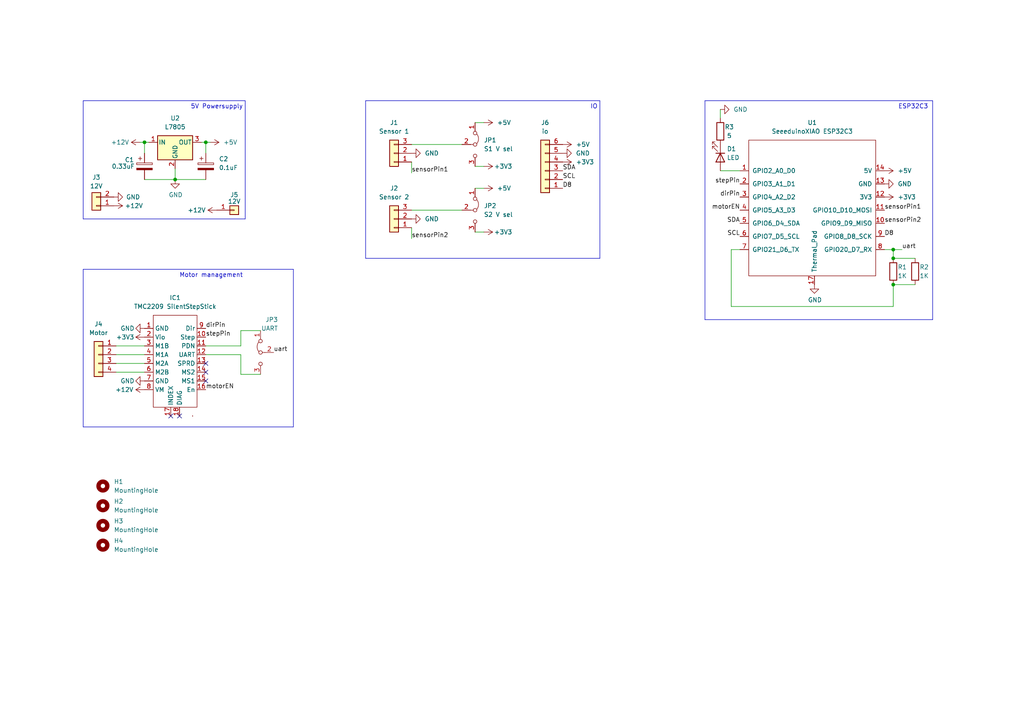
<source format=kicad_sch>
(kicad_sch (version 20230121) (generator eeschema)
  (paper "A4")
  (title_block (title "OSBaC") (date "2022-10-27"))
  (lib_symbols
    (symbol "Connector_Generic:Conn_01x01" (pin_names (offset 1.016) hide)
      (property "Reference" "J" (at 0 2.54 0))
      (property "Value" "Conn_01x01" (at 0 -2.54 0))
      (symbol "Conn_01x01_1_1"
        (rectangle (start -1.27 0.127) (end 0 -0.127) (stroke (width 0.1524)))
        (rectangle (start -1.27 1.27) (end 1.27 -1.27) (stroke (width 0.254)) (fill (type background)))
        (pin passive line (at -5.08 0 0) (length 3.81) (name "Pin_1") (number "1"))
      )
    )
    (symbol "Connector_Generic:Conn_01x02" (pin_names (offset 1.016) hide)
      (property "Reference" "J" (at 0 2.54 0))
      (property "Value" "Conn_01x02" (at 0 -5.08 0))
      (symbol "Conn_01x02_1_1"
        (rectangle (start -1.27 -2.413) (end 0 -2.667) (stroke (width 0.1524)))
        (rectangle (start -1.27 0.127) (end 0 -0.127) (stroke (width 0.1524)))
        (rectangle (start -1.27 1.27) (end 1.27 -3.81) (stroke (width 0.254)) (fill (type background)))
        (pin passive line (at -5.08 0 0) (length 3.81) (name "Pin_1") (number "1"))
        (pin passive line (at -5.08 -2.54 0) (length 3.81) (name "Pin_2") (number "2"))
      )
    )
    (symbol "Connector_Generic:Conn_01x03" (pin_names (offset 1.016) hide)
      (property "Reference" "J" (at 0 5.08 0))
      (property "Value" "Conn_01x03" (at 0 -5.08 0))
      (symbol "Conn_01x03_1_1"
        (rectangle (start -1.27 -2.413) (end 0 -2.667) (stroke (width 0.1524)))
        (rectangle (start -1.27 0.127) (end 0 -0.127) (stroke (width 0.1524)))
        (rectangle (start -1.27 2.667) (end 0 2.413) (stroke (width 0.1524)))
        (rectangle (start -1.27 3.81) (end 1.27 -3.81) (stroke (width 0.254)) (fill (type background)))
        (pin passive line (at -5.08 2.54 0) (length 3.81) (name "Pin_1") (number "1"))
        (pin passive line (at -5.08 0 0) (length 3.81) (name "Pin_2") (number "2"))
        (pin passive line (at -5.08 -2.54 0) (length 3.81) (name "Pin_3") (number "3"))
      )
    )
    (symbol "Connector_Generic:Conn_01x04" (pin_names (offset 1.016) hide)
      (property "Reference" "J" (at 0 5.08 0))
      (property "Value" "Conn_01x04" (at 0 -7.62 0))
      (symbol "Conn_01x04_1_1"
        (rectangle (start -1.27 -4.953) (end 0 -5.207) (stroke (width 0.1524)))
        (rectangle (start -1.27 -2.413) (end 0 -2.667) (stroke (width 0.1524)))
        (rectangle (start -1.27 0.127) (end 0 -0.127) (stroke (width 0.1524)))
        (rectangle (start -1.27 2.667) (end 0 2.413) (stroke (width 0.1524)))
        (rectangle (start -1.27 3.81) (end 1.27 -6.35) (stroke (width 0.254)) (fill (type background)))
        (pin passive line (at -5.08 2.54 0) (length 3.81) (name "Pin_1") (number "1"))
        (pin passive line (at -5.08 0 0) (length 3.81) (name "Pin_2") (number "2"))
        (pin passive line (at -5.08 -2.54 0) (length 3.81) (name "Pin_3") (number "3"))
        (pin passive line (at -5.08 -5.08 0) (length 3.81) (name "Pin_4") (number "4"))
      )
    )
    (symbol "Connector_Generic:Conn_01x06" (pin_names (offset 1.016) hide)
      (property "Reference" "J" (at 0 7.62 0))
      (property "Value" "Conn_01x06" (at 0 -10.16 0))
      (symbol "Conn_01x06_1_1"
        (rectangle (start -1.27 -7.493) (end 0 -7.747) (stroke (width 0.1524)))
        (rectangle (start -1.27 -4.953) (end 0 -5.207) (stroke (width 0.1524)))
        (rectangle (start -1.27 -2.413) (end 0 -2.667) (stroke (width 0.1524)))
        (rectangle (start -1.27 0.127) (end 0 -0.127) (stroke (width 0.1524)))
        (rectangle (start -1.27 2.667) (end 0 2.413) (stroke (width 0.1524)))
        (rectangle (start -1.27 5.207) (end 0 4.953) (stroke (width 0.1524)))
        (rectangle (start -1.27 6.35) (end 1.27 -8.89) (stroke (width 0.254)) (fill (type background)))
        (pin passive line (at -5.08 5.08 0) (length 3.81) (name "Pin_1") (number "1"))
        (pin passive line (at -5.08 2.54 0) (length 3.81) (name "Pin_2") (number "2"))
        (pin passive line (at -5.08 0 0) (length 3.81) (name "Pin_3") (number "3"))
        (pin passive line (at -5.08 -2.54 0) (length 3.81) (name "Pin_4") (number "4"))
        (pin passive line (at -5.08 -5.08 0) (length 3.81) (name "Pin_5") (number "5"))
        (pin passive line (at -5.08 -7.62 0) (length 3.81) (name "Pin_6") (number "6"))
      )
    )
    (symbol "Device:C_Polarized" (pin_numbers hide) (pin_names (offset 0.254))
      (property "Reference" "C" (at 0.635 2.54 0))
      (property "Value" "C_Polarized" (at 0.635 -2.54 0))
      (symbol "C_Polarized_0_1"
        (rectangle (start -2.286 0.508) (end 2.286 1.016))
        (polyline (pts (xy -1.778 2.286) (xy -0.762 2.286)))
        (polyline (pts (xy -1.27 2.794) (xy -1.27 1.778)))
        (rectangle (start 2.286 -0.508) (end -2.286 -1.016) (fill (type outline)))
      )
      (symbol "C_Polarized_1_1"
        (pin passive line (at 0 3.81 270) (length 2.794) (name "~") (number "1"))
        (pin passive line (at 0 -3.81 90) (length 2.794) (name "~") (number "2"))
      )
    )
    (symbol "Device:LED" (pin_numbers hide) (pin_names (offset 1.016) hide)
      (property "Reference" "D" (at 0 2.54 0))
      (property "Value" "LED" (at 0 -2.54 0))
      (symbol "LED_0_1"
        (polyline (pts (xy -1.27 -1.27) (xy -1.27 1.27)) (stroke (width 0.254)))
        (polyline (pts (xy -1.27 0) (xy 1.27 0)))
        (polyline (pts (xy 1.27 -1.27) (xy 1.27 1.27) (xy -1.27 0) (xy 1.27 -1.27)) (stroke (width 0.254)))
        (polyline (pts (xy -3.048 -0.762) (xy -4.572 -2.286) (xy -3.81 -2.286) (xy -4.572 -2.286) (xy -4.572 -1.524)))
        (polyline (pts (xy -1.778 -0.762) (xy -3.302 -2.286) (xy -2.54 -2.286) (xy -3.302 -2.286) (xy -3.302 -1.524)))
      )
      (symbol "LED_1_1"
        (pin passive line (at -3.81 0 0) (length 2.54) (name "K") (number "1"))
        (pin passive line (at 3.81 0 180) (length 2.54) (name "A") (number "2"))
      )
    )
    (symbol "Device:R" (pin_numbers hide) (pin_names (offset 0))
      (property "Reference" "R" (at 2.032 0 90))
      (property "Value" "R" (at 0 0 90))
      (symbol "R_0_1"
        (rectangle (start -1.016 -2.54) (end 1.016 2.54) (stroke (width 0.254)))
      )
      (symbol "R_1_1"
        (pin passive line (at 0 3.81 270) (length 1.27) (name "~") (number "1"))
        (pin passive line (at 0 -3.81 90) (length 1.27) (name "~") (number "2"))
      )
    )
    (symbol "Jumper:Jumper_3_Bridged12" (pin_names (offset 0) hide)
      (property "Reference" "JP" (at -2.54 -2.54 0))
      (property "Value" "Jumper_3_Bridged12" (at 0 2.794 0))
      (symbol "Jumper_3_Bridged12_0_0"
        (circle (center -3.302 0) (radius 0.508))
        (circle (center 0 0) (radius 0.508))
        (circle (center 3.302 0) (radius 0.508))
      )
      (symbol "Jumper_3_Bridged12_0_1"
        (arc (start -0.254 0.508) (mid -1.651 0.9912) (end -3.048 0.508))
        (polyline (pts (xy 0 -1.27) (xy 0 -0.508)))
      )
      (symbol "Jumper_3_Bridged12_1_1"
        (pin passive line (at -6.35 0 0) (length 2.54) (name "A") (number "1"))
        (pin passive line (at 0 -3.81 90) (length 2.54) (name "C") (number "2"))
        (pin passive line (at 6.35 0 180) (length 2.54) (name "B") (number "3"))
      )
    )
    (symbol "Mechanical:MountingHole" (pin_names (offset 1.016))
      (property "Reference" "H" (at 0 5.08 0))
      (property "Value" "MountingHole" (at 0 3.175 0))
      (symbol "MountingHole_0_1"
        (circle (center 0 0) (radius 1.27) (stroke (width 1.27)))
      )
    )
    (symbol "Regulator_Linear:L7805" (pin_names (offset 0.254))
      (property "Reference" "U" (at -3.81 3.175 0))
      (property "Value" "L7805" (at 0 3.175 0))
      (symbol "L7805_0_1"
        (rectangle (start -5.08 1.905) (end 5.08 -5.08) (stroke (width 0.254)) (fill (type background)))
      )
      (symbol "L7805_1_1"
        (pin power_in line (at -7.62 0 0) (length 2.54) (name "IN") (number "1"))
        (pin power_in line (at 0 -7.62 90) (length 2.54) (name "GND") (number "2"))
        (pin power_out line (at 7.62 0 180) (length 2.54) (name "OUT") (number "3"))
      )
    )
    (symbol "Seeeduino XIAO:SeeeduinoXIAO ESP32C3" (pin_names (offset 1.016))
      (property "Reference" "U" (at -19.05 22.86 0))
      (property "Value" "SeeeduinoXIAO ESP32C3" (at -12.7 21.59 0))
      (symbol "SeeeduinoXIAO ESP32C3_0_1"
        (rectangle (start -19.05 20.32) (end 17.78 -19.05))
      )
      (symbol "SeeeduinoXIAO ESP32C3_1_1"
        (pin unspecified line (at -21.59 11.43 0) (length 2.54) (name "GPIO2_A0_D0") (number "1"))
        (pin unspecified line (at 20.32 -3.81 180) (length 2.54) (name "GPIO9_D9_MISO") (number "10"))
        (pin unspecified line (at 20.32 0 180) (length 2.54) (name "GPIO10_D10_MOSI") (number "11"))
        (pin unspecified line (at 20.32 3.81 180) (length 2.54) (name "3V3") (number "12"))
        (pin unspecified line (at 20.32 7.62 180) (length 2.54) (name "GND") (number "13"))
        (pin unspecified line (at 20.32 11.43 180) (length 2.54) (name "5V") (number "14"))
        (pin unspecified line (at 0 -21.59 90) (length 2.54) (name "Thermal_Pad") (number "17"))
        (pin unspecified line (at -21.59 7.62 0) (length 2.54) (name "GPIO3_A1_D1") (number "2"))
        (pin unspecified line (at -21.59 3.81 0) (length 2.54) (name "GPIO4_A2_D2") (number "3"))
        (pin unspecified line (at -21.59 0 0) (length 2.54) (name "GPIO5_A3_D3") (number "4"))
        (pin unspecified line (at -21.59 -3.81 0) (length 2.54) (name "GPIO6_D4_SDA") (number "5"))
        (pin unspecified line (at -21.59 -7.62 0) (length 2.54) (name "GPIO7_D5_SCL") (number "6"))
        (pin unspecified line (at -21.59 -11.43 0) (length 2.54) (name "GPIO21_D6_TX") (number "7"))
        (pin unspecified line (at 20.32 -11.43 180) (length 2.54) (name "GPIO20_D7_RX") (number "8"))
        (pin unspecified line (at 20.32 -7.62 180) (length 2.54) (name "GPIO8_D8_SCK") (number "9"))
      )
    )
    (symbol "eigeneLib:TMC2209_SilentStepStick"
      (property "Reference" "IC" (at 0 11.43 0))
      (property "Value" "TMC2209_SilentStepStick" (at 0 13.97 0))
      (symbol "TMC2209_SilentStepStick_0_1"
        (rectangle (start 5.08 -16.51) (end 5.08 -16.51))
        (rectangle (start 5.08 -16.51) (end 5.08 -16.51))
        (rectangle (start 5.08 -16.51) (end 5.08 -16.51))
        (rectangle (start 5.08 -16.51) (end 5.08 -16.51))
        (rectangle (start 5.08 -16.51) (end 5.08 -16.51))
        (rectangle (start 5.08 -16.51) (end 5.08 -16.51))
        (rectangle (start 5.08 -16.51) (end 5.08 -16.51))
        (rectangle (start 5.08 -16.51) (end 5.08 -16.51))
        (rectangle (start 5.08 -16.51) (end 5.08 -16.51))
        (rectangle (start 5.08 -16.51) (end 5.08 -16.51))
        (rectangle (start 6.35 -13.97) (end -6.35 12.7))
      )
      (symbol "TMC2209_SilentStepStick_1_1"
        (pin power_in line (at -8.89 8.89 0) (length 2.54) (name "GND") (number "1"))
        (pin input line (at 8.89 6.35 180) (length 2.54) (name "Step") (number "10"))
        (pin bidirectional line (at 8.89 3.81 180) (length 2.54) (name "PDN") (number "11"))
        (pin bidirectional line (at 8.89 1.27 180) (length 2.54) (name "UART") (number "12"))
        (pin input line (at 8.89 -1.27 180) (length 2.54) (name "SPRD") (number "13"))
        (pin input line (at 8.89 -3.81 180) (length 2.54) (name "MS2") (number "14"))
        (pin input line (at 8.89 -6.35 180) (length 2.54) (name "MS1") (number "15"))
        (pin input line (at 8.89 -8.89 180) (length 2.54) (name "En") (number "16"))
        (pin output line (at -1.27 -16.51 90) (length 2.54) (name "INDEX") (number "17"))
        (pin output line (at 1.27 -16.51 90) (length 2.54) (name "DIAG") (number "18"))
        (pin power_in line (at -8.89 6.35 0) (length 2.54) (name "Vio") (number "2"))
        (pin bidirectional line (at -8.89 3.81 0) (length 2.54) (name "M1B") (number "3"))
        (pin bidirectional line (at -8.89 1.27 0) (length 2.54) (name "M1A") (number "4"))
        (pin bidirectional line (at -8.89 -1.27 0) (length 2.54) (name "M2A") (number "5"))
        (pin bidirectional line (at -8.89 -3.81 0) (length 2.54) (name "M2B") (number "6"))
        (pin power_in line (at -8.89 -6.35 0) (length 2.54) (name "GND") (number "7"))
        (pin power_in line (at -8.89 -8.89 0) (length 2.54) (name "VM") (number "8"))
        (pin input line (at 8.89 8.89 180) (length 2.54) (name "Dir") (number "9"))
      )
    )
    (symbol "power:+12V" (power) (pin_names (offset 0))
      (property "Value" "+12V" (at 0 3.556 0))
      (symbol "+12V_0_1"
        (polyline (pts (xy -0.762 1.27) (xy 0 2.54)))
        (polyline (pts (xy 0 0) (xy 0 2.54)))
        (polyline (pts (xy 0 2.54) (xy 0.762 1.27)))
      )
      (symbol "+12V_1_1"
        (pin power_in line (at 0 0 90) (length 0) hide (name "+12V") (number "1"))
      )
    )
    (symbol "power:+3V3" (power) (pin_names (offset 0))
      (property "Value" "+3V3" (at 0 3.556 0))
      (symbol "+3V3_0_1"
        (polyline (pts (xy -0.762 1.27) (xy 0 2.54)))
        (polyline (pts (xy 0 0) (xy 0 2.54)))
        (polyline (pts (xy 0 2.54) (xy 0.762 1.27)))
      )
      (symbol "+3V3_1_1"
        (pin power_in line (at 0 0 90) (length 0) hide (name "+3V3") (number "1"))
      )
    )
    (symbol "power:+5V" (power) (pin_names (offset 0))
      (property "Value" "+5V" (at 0 3.556 0))
      (symbol "+5V_0_1"
        (polyline (pts (xy -0.762 1.27) (xy 0 2.54)))
        (polyline (pts (xy 0 0) (xy 0 2.54)))
        (polyline (pts (xy 0 2.54) (xy 0.762 1.27)))
      )
      (symbol "+5V_1_1"
        (pin power_in line (at 0 0 90) (length 0) hide (name "+5V") (number "1"))
      )
    )
    (symbol "power:GND" (power) (pin_names (offset 0))
      (property "Value" "GND" (at 0 -3.81 0))
      (symbol "GND_0_1"
        (polyline (pts (xy 0 0) (xy 0 -1.27) (xy 1.27 -1.27) (xy 0 -2.54) (xy -1.27 -1.27) (xy 0 -1.27)))
      )
      (symbol "GND_1_1"
        (pin power_in line (at 0 0 270) (length 0) hide (name "GND") (number "1"))
      )
    )
  )
  (junction (at 259.08 72.39))
  (junction (at 41.91 41.275))
  (junction (at 59.69 41.275))
  (junction (at 50.8 52.07))
  (junction (at 259.08 82.55))
  (junction (at 259.08 74.93))
  (no_connect (at 52.07 120.65))
  (no_connect (at 49.53 120.65))
  (no_connect (at 59.69 110.49))
  (no_connect (at 59.69 107.95))
  (no_connect (at 59.69 105.41))
  (wire (pts (xy 119.38 41.91) (xy 133.985 41.91)))
  (wire (pts (xy 259.08 88.9) (xy 259.08 82.55)))
  (wire (pts (xy 208.915 31.75) (xy 208.915 34.29)))
  (polyline (pts (xy 24.13 63.5) (xy 24.13 29.21)))
  (wire (pts (xy 50.8 52.07) (xy 59.69 52.07)))
  (wire (pts (xy 58.42 41.275) (xy 59.69 41.275)))
  (wire (pts (xy 69.85 100.33) (xy 69.85 95.885)))
  (polyline (pts (xy 24.13 78.105) (xy 85.09 78.105)))
  (wire (pts (xy 41.91 41.275) (xy 41.91 44.45)))
  (wire (pts (xy 33.655 107.95) (xy 41.91 107.95)))
  (wire (pts (xy 59.69 100.33) (xy 69.85 100.33)))
  (wire (pts (xy 33.655 105.41) (xy 41.91 105.41)))
  (wire (pts (xy 69.85 108.585) (xy 75.565 108.585)))
  (polyline (pts (xy 270.51 29.21) (xy 270.51 92.71)))
  (polyline (pts (xy 106.045 29.21) (xy 106.045 74.93)))
  (wire (pts (xy 137.795 35.56) (xy 140.335 35.56)))
  (wire (pts (xy 59.69 102.87) (xy 69.85 102.87)))
  (wire (pts (xy 212.09 72.39) (xy 212.09 88.9)))
  (polyline (pts (xy 71.12 29.21) (xy 71.12 63.5)))
  (polyline (pts (xy 106.045 74.93) (xy 173.99 74.93)))
  (wire (pts (xy 212.09 72.39) (xy 214.63 72.39)))
  (wire (pts (xy 59.69 41.275) (xy 60.96 41.275)))
  (wire (pts (xy 208.915 49.53) (xy 214.63 49.53)))
  (wire (pts (xy 259.08 74.93) (xy 265.43 74.93)))
  (wire (pts (xy 137.795 67.31) (xy 140.335 67.31)))
  (wire (pts (xy 41.91 52.07) (xy 50.8 52.07)))
  (wire (pts (xy 212.09 88.9) (xy 259.08 88.9)))
  (wire (pts (xy 33.655 100.33) (xy 41.91 100.33)))
  (polyline (pts (xy 270.51 92.71) (xy 204.47 92.71)))
  (polyline (pts (xy 24.13 29.21) (xy 71.12 29.21)))
  (wire (pts (xy 119.38 66.04) (xy 119.38 69.215)))
  (wire (pts (xy 259.08 82.55) (xy 265.43 82.55)))
  (wire (pts (xy 33.655 102.87) (xy 41.91 102.87)))
  (polyline (pts (xy 24.13 63.5) (xy 71.12 63.5)))
  (wire (pts (xy 137.795 48.26) (xy 140.335 48.26)))
  (wire (pts (xy 40.64 41.275) (xy 41.91 41.275)))
  (wire (pts (xy 137.795 54.61) (xy 140.335 54.61)))
  (wire (pts (xy 41.91 41.275) (xy 43.18 41.275)))
  (wire (pts (xy 69.85 102.87) (xy 69.85 108.585)))
  (polyline (pts (xy 173.99 74.93) (xy 173.99 29.21)))
  (polyline (pts (xy 24.13 78.105) (xy 24.13 123.825)))
  (polyline (pts (xy 85.09 123.825) (xy 24.13 123.825)))
  (wire (pts (xy 119.38 60.96) (xy 133.985 60.96)))
  (polyline (pts (xy 204.47 29.21) (xy 270.51 29.21)))
  (wire (pts (xy 50.8 48.895) (xy 50.8 52.07)))
  (polyline (pts (xy 106.045 29.21) (xy 173.99 29.21)))
  (polyline (pts (xy 204.47 92.71) (xy 204.47 29.21)))
  (wire (pts (xy 119.38 46.99) (xy 119.38 50.165)))
  (wire (pts (xy 259.08 72.39) (xy 261.62 72.39)))
  (wire (pts (xy 69.85 95.885) (xy 75.565 95.885)))
  (wire (pts (xy 259.08 72.39) (xy 259.08 74.93)))
  (wire (pts (xy 59.69 41.275) (xy 59.69 44.45)))
  (wire (pts (xy 256.54 72.39) (xy 259.08 72.39)))
  (polyline (pts (xy 85.09 78.105) (xy 85.09 123.825)))
  (text "IO" (at 173.355 31.75 0) (effects (font (size 1.27 1.27)) (justify right bottom)))
  (text "ESP32C3" (at 269.24 31.75 0) (effects (font (size 1.27 1.27)) (justify right bottom)))
  (text "Motor management" (at 70.485 80.645 0) (effects (font (size 1.27 1.27)) (justify right bottom)))
  (text "5V Powersupply" (at 70.485 31.75 0) (effects (font (size 1.27 1.27)) (justify right bottom)))
  (label "D8" (at 163.195 54.61 0))
  (label "SDA" (at 163.195 49.53 0))
  (label "dirPin" (at 59.69 95.25 0))
  (label "sensorPin2" (at 119.38 69.215 0))
  (label "sensorPin1" (at 119.38 50.165 0))
  (label "dirPin" (at 214.63 57.15 180))
  (label "uart" (at 79.375 102.235 0))
  (label "sensorPin1" (at 256.54 60.96 0))
  (label "SCL" (at 214.63 68.58 180))
  (label "stepPin" (at 214.63 53.34 180))
  (label "stepPin" (at 59.69 97.79 0))
  (label "uart" (at 261.62 72.39 0))
  (label "sensorPin2" (at 256.54 64.77 0))
  (label "motorEN" (at 214.63 60.96 180))
  (label "SDA" (at 214.63 64.77 180))
  (label "motorEN" (at 59.69 113.03 0))
  (label "SCL" (at 163.195 52.07 0))
  (label "D8" (at 256.54 68.58 0))
  (symbol (lib_id "Device:C_Polarized") (at 59.69 48.26 0) (unit 1)
    (property "Reference" "C2" (at 63.5 46.1009 0) (effects (justify left)))
    (property "Value" "0.1uF" (at 63.5 48.6409 0) (effects (justify left)))
    (property "Footprint" "Capacitor_THT:CP_Radial_D5.0mm_P2.50mm" (effects hide))
  )
  (symbol (lib_id "eigeneLib:TMC2209_SilentStepStick") (at 50.8 104.14 0) (unit 1)
    (property "Reference" "IC1" (at 50.8 86.36 0))
    (property "Value" "TMC2209 SilentStepStick" (at 50.8 88.9 0))
    (property "Footprint" "eigeneLib:TMC2209 SilentStepStick" (effects hide))
    (property "Datasheet" "https://www.mouser.de/datasheet/2/256/TMC2209_SilentStepStick_Rev1_10-1878559.pdf" (effects hide))
  )
  (symbol (lib_id "power:+3V3") (at 163.195 46.99 270) (unit 1)
    (property "Reference" "#PWR018" (effects hide))
    (property "Value" "+3V3" (at 167.005 46.9899 90) (effects (justify left)))
  )
  (symbol (lib_id "Connector_Generic:Conn_01x04") (at 28.575 102.87 0) (mirror y) (unit 1)
    (property "Reference" "J4" (at 28.575 93.98 0))
    (property "Value" "Motor" (at 28.575 96.52 0))
    (property "Footprint" "Connector_JST:JST_XH_B4B-XH-A_1x04_P2.50mm_Vertical" (effects hide))
  )
  (symbol (lib_id "Jumper:Jumper_3_Bridged12") (at 137.795 41.91 270) (unit 1)
    (property "Reference" "JP1" (at 140.335 40.64 90) (effects (justify left)))
    (property "Value" "S1 V sel" (at 140.335 43.18 90) (effects (justify left)))
    (property "Footprint" "Connector_PinHeader_2.54mm:PinHeader_1x03_P2.54mm_Vertical" (effects hide))
  )
  (symbol (lib_id "power:+3V3") (at 140.335 48.26 270) (mirror x) (unit 1)
    (property "Reference" "#PWR013" (effects hide))
    (property "Value" "+3V3" (at 148.59 48.26 90) (effects (justify right)))
  )
  (symbol (lib_id "power:+12V") (at 40.64 41.275 90) (unit 1)
    (property "Reference" "#PWR03" (effects hide))
    (property "Value" "+12V" (at 37.465 41.2749 90) (effects (justify left)))
  )
  (symbol (lib_id "power:GND") (at 33.02 57.15 90) (unit 1)
    (property "Reference" "#PWR01" (effects hide))
    (property "Value" "GND" (at 40.64 57.15 90) (effects (justify left)))
  )
  (symbol (lib_id "power:GND") (at 50.8 52.07 0) (unit 1)
    (property "Reference" "#PWR08" (effects hide))
    (property "Value" "GND" (at 48.895 56.515 0) (effects (justify left)))
  )
  (symbol (lib_id "power:+5V") (at 140.335 35.56 270) (unit 1)
    (property "Reference" "#PWR012" (effects hide))
    (property "Value" "+5V" (at 144.145 35.5599 90) (effects (justify left)))
  )
  (symbol (lib_id "Device:C_Polarized") (at 41.91 48.26 0) (unit 1)
    (property "Reference" "C1" (at 36.195 46.355 0) (effects (justify left)))
    (property "Value" "0.33uF" (at 32.385 48.26 0) (effects (justify left)))
    (property "Footprint" "Capacitor_THT:CP_Radial_D5.0mm_P2.50mm" (effects hide))
  )
  (symbol (lib_id "power:GND") (at 119.38 44.45 90) (unit 1)
    (property "Reference" "#PWR010" (effects hide))
    (property "Value" "GND" (at 123.19 44.4499 90) (effects (justify right)))
  )
  (symbol (lib_id "power:GND") (at 119.38 63.5 90) (unit 1)
    (property "Reference" "#PWR011" (effects hide))
    (property "Value" "GND" (at 123.19 63.4999 90) (effects (justify right)))
  )
  (symbol (lib_id "power:+3V3") (at 41.91 97.79 90) (mirror x) (unit 1)
    (property "Reference" "#PWR05" (effects hide))
    (property "Value" "+3V3" (at 33.655 97.79 90) (effects (justify right)))
  )
  (symbol (lib_id "Mechanical:MountingHole") (at 29.845 140.97 0) (unit 1)
    (property "Reference" "H1" (at 33.02 139.6999 0) (effects (justify left)))
    (property "Value" "MountingHole" (at 33.02 142.2399 0) (effects (justify left)))
    (property "Footprint" "MountingHole:MountingHole_3.2mm_M3_DIN965" (effects hide))
  )
  (symbol (lib_id "power:GND") (at 236.22 82.55 0) (unit 1)
    (property "Reference" "#PWR019" (effects hide))
    (property "Value" "GND" (at 234.315 86.995 0) (effects (justify left)))
  )
  (symbol (lib_id "power:+5V") (at 140.335 54.61 270) (unit 1)
    (property "Reference" "#PWR014" (effects hide))
    (property "Value" "+5V" (at 144.145 54.6099 90) (effects (justify left)))
  )
  (symbol (lib_id "Regulator_Linear:L7805") (at 50.8 41.275 0) (unit 1)
    (property "Reference" "U2" (at 50.8 34.29 0))
    (property "Value" "L7805" (at 50.8 36.83 0))
    (property "Footprint" "eigeneLib:TO-220-3_Horizontal_TabDown_wo_hole" (effects hide))
    (property "Datasheet" "http://www.st.com/content/ccc/resource/technical/document/datasheet/41/4f/b3/b0/12/d4/47/88/CD00000444.pdf/files/CD00000444.pdf/jcr:content/translations/en.CD00000444.pdf" (effects hide))
  )
  (symbol (lib_id "Device:R") (at 259.08 78.74 0) (unit 1)
    (property "Reference" "R1" (at 260.35 77.47 0) (effects (justify left)))
    (property "Value" "1K" (at 260.35 80.01 0) (effects (justify left)))
    (property "Footprint" "Resistor_THT:R_Axial_DIN0207_L6.3mm_D2.5mm_P10.16mm_Horizontal" (effects hide))
  )
  (symbol (lib_id "Connector_Generic:Conn_01x03") (at 114.3 63.5 180) (unit 1)
    (property "Reference" "J2" (at 114.3 54.61 0))
    (property "Value" "Sensor 2" (at 114.3 57.15 0))
    (property "Footprint" "Connector_JST:JST_XH_B3B-XH-A_1x03_P2.50mm_Vertical" (effects hide))
  )
  (symbol (lib_id "Jumper:Jumper_3_Bridged12") (at 75.565 102.235 90) (mirror x) (unit 1)
    (property "Reference" "JP3" (at 80.645 92.71 90) (effects (justify left)))
    (property "Value" "UART" (at 80.645 95.25 90) (effects (justify left)))
    (property "Footprint" "Connector_PinHeader_2.54mm:PinHeader_1x03_P2.54mm_Vertical" (effects hide))
  )
  (symbol (lib_id "power:GND") (at 163.195 44.45 90) (unit 1)
    (property "Reference" "#PWR017" (effects hide))
    (property "Value" "GND" (at 167.005 44.4499 90) (effects (justify right)))
  )
  (symbol (lib_id "power:+3V3") (at 140.335 67.31 270) (mirror x) (unit 1)
    (property "Reference" "#PWR015" (effects hide))
    (property "Value" "+3V3" (at 148.59 67.31 90) (effects (justify right)))
  )
  (symbol (lib_id "Connector_Generic:Conn_01x03") (at 114.3 44.45 180) (unit 1)
    (property "Reference" "J1" (at 114.3 35.56 0))
    (property "Value" "Sensor 1" (at 114.3 38.1 0))
    (property "Footprint" "Connector_JST:JST_XH_B3B-XH-A_1x03_P2.50mm_Vertical" (effects hide))
  )
  (symbol (lib_id "Connector_Generic:Conn_01x02") (at 27.94 59.69 180) (unit 1)
    (property "Reference" "J3" (at 27.94 51.435 0))
    (property "Value" "12V" (at 27.94 53.975 0))
    (property "Footprint" "Connector_JST:JST_XH_B2B-XH-A_1x02_P2.50mm_Vertical" (effects hide))
  )
  (symbol (lib_id "power:+12V") (at 62.865 60.96 90) (unit 1)
    (property "Reference" "#PWR023" (effects hide))
    (property "Value" "+12V" (at 59.69 60.9601 90) (effects (justify left)))
  )
  (symbol (lib_id "power:+5V") (at 256.54 49.53 270) (unit 1)
    (property "Reference" "#PWR020" (effects hide))
    (property "Value" "+5V" (at 260.35 49.5299 90) (effects (justify left)))
  )
  (symbol (lib_id "power:GND") (at 41.91 95.25 270) (unit 1)
    (property "Reference" "#PWR04" (effects hide))
    (property "Value" "GND" (at 34.925 95.25 90) (effects (justify left)))
  )
  (symbol (lib_id "power:+3V3") (at 256.54 57.15 270) (unit 1)
    (property "Reference" "#PWR022" (effects hide))
    (property "Value" "+3V3" (at 260.35 57.1499 90) (effects (justify left)))
  )
  (symbol (lib_id "power:GND") (at 208.915 31.75 90) (unit 1)
    (property "Reference" "#PWR0101" (effects hide))
    (property "Value" "GND" (at 212.725 31.7499 90) (effects (justify right)))
  )
  (symbol (lib_id "Mechanical:MountingHole") (at 29.845 158.115 0) (unit 1)
    (property "Reference" "H4" (at 33.02 156.8449 0) (effects (justify left)))
    (property "Value" "MountingHole" (at 33.02 159.3849 0) (effects (justify left)))
    (property "Footprint" "MountingHole:MountingHole_3.2mm_M3_DIN965" (effects hide))
  )
  (symbol (lib_id "Mechanical:MountingHole") (at 29.845 152.4 0) (unit 1)
    (property "Reference" "H3" (at 33.02 151.1299 0) (effects (justify left)))
    (property "Value" "MountingHole" (at 33.02 153.6699 0) (effects (justify left)))
    (property "Footprint" "MountingHole:MountingHole_3.2mm_M3_DIN965" (effects hide))
  )
  (symbol (lib_id "Device:R") (at 265.43 78.74 0) (unit 1)
    (property "Reference" "R2" (at 266.7 77.47 0) (effects (justify left)))
    (property "Value" "1K" (at 266.7 80.01 0) (effects (justify left)))
    (property "Footprint" "Resistor_SMD:R_0805_2012Metric_Pad1.20x1.40mm_HandSolder" (effects hide))
  )
  (symbol (lib_id "Device:R") (at 208.915 38.1 0) (unit 1)
    (property "Reference" "R3" (at 210.185 36.83 0) (effects (justify left)))
    (property "Value" "5" (at 210.82 39.37 0) (effects (justify left)))
    (property "Footprint" "Resistor_SMD:R_0805_2012Metric_Pad1.20x1.40mm_HandSolder" (effects hide))
  )
  (symbol (lib_id "Device:LED") (at 208.915 45.72 270) (unit 1)
    (property "Reference" "D1" (at 210.82 43.18 90) (effects (justify left)))
    (property "Value" "LED" (at 210.82 45.72 90) (effects (justify left)))
    (property "Footprint" "LED_SMD:LED_0805_2012Metric_Pad1.15x1.40mm_HandSolder" (effects hide))
  )
  (symbol (lib_id "Connector_Generic:Conn_01x06") (at 158.115 49.53 180) (unit 1)
    (property "Reference" "J6" (at 158.115 35.56 0))
    (property "Value" "io" (at 158.115 38.1 0))
    (property "Footprint" "Connector_JST:JST_XH_B6B-XH-A_1x06_P2.50mm_Vertical" (effects hide))
  )
  (symbol (lib_id "power:+12V") (at 33.02 59.69 270) (unit 1)
    (property "Reference" "#PWR02" (effects hide))
    (property "Value" "+12V" (at 36.195 59.6899 90) (effects (justify left)))
  )
  (symbol (lib_id "power:+12V") (at 41.91 113.03 90) (unit 1)
    (property "Reference" "#PWR07" (effects hide))
    (property "Value" "+12V" (at 38.735 113.0299 90) (effects (justify left)))
  )
  (symbol (lib_id "Seeeduino XIAO:SeeeduinoXIAO ESP32C3") (at 236.22 60.96 0) (unit 1)
    (property "Reference" "U1" (at 235.585 35.56 0))
    (property "Value" "SeeeduinoXIAO ESP32C3" (at 235.585 38.1 0))
    (property "Footprint" "Seeeduino_XIAO:Seeeduino XIAO-MOUDLE ESP32C3" (effects hide))
    (property "Datasheet" "https://files.seeedstudio.com/wiki/XIAO_WiFi/Resources/esp32-c3_datasheet_en.pdf" (effects hide))
  )
  (symbol (lib_id "Mechanical:MountingHole") (at 29.845 146.685 0) (unit 1)
    (property "Reference" "H2" (at 33.02 145.4149 0) (effects (justify left)))
    (property "Value" "MountingHole" (at 33.02 147.9549 0) (effects (justify left)))
    (property "Footprint" "MountingHole:MountingHole_3.2mm_M3_DIN965" (effects hide))
  )
  (symbol (lib_id "power:GND") (at 41.91 110.49 270) (unit 1)
    (property "Reference" "#PWR06" (effects hide))
    (property "Value" "GND" (at 34.925 110.49 90) (effects (justify left)))
  )
  (symbol (lib_id "power:+5V") (at 163.195 41.91 270) (unit 1)
    (property "Reference" "#PWR016" (effects hide))
    (property "Value" "+5V" (at 167.005 41.9099 90) (effects (justify left)))
  )
  (symbol (lib_id "power:+5V") (at 60.96 41.275 270) (unit 1)
    (property "Reference" "#PWR09" (effects hide))
    (property "Value" "+5V" (at 64.77 41.2749 90) (effects (justify left)))
  )
  (symbol (lib_id "power:GND") (at 256.54 53.34 90) (unit 1)
    (property "Reference" "#PWR021" (effects hide))
    (property "Value" "GND" (at 260.35 53.3399 90) (effects (justify right)))
  )
  (symbol (lib_id "Jumper:Jumper_3_Bridged12") (at 137.795 60.96 270) (unit 1)
    (property "Reference" "JP2" (at 140.335 59.69 90) (effects (justify left)))
    (property "Value" "S2 V sel" (at 140.335 62.23 90) (effects (justify left)))
    (property "Footprint" "Connector_PinHeader_2.54mm:PinHeader_1x03_P2.54mm_Vertical" (effects hide))
  )
  (symbol (lib_id "Connector_Generic:Conn_01x01") (at 67.945 60.96 0) (unit 1)
    (property "Reference" "J5" (at 67.945 56.515 0))
    (property "Value" "12V" (at 67.945 58.42 0))
    (property "Footprint" "TestPoint:TestPoint_THTPad_D2.0mm_Drill1.0mm" (effects hide))
  )
)
</source>
